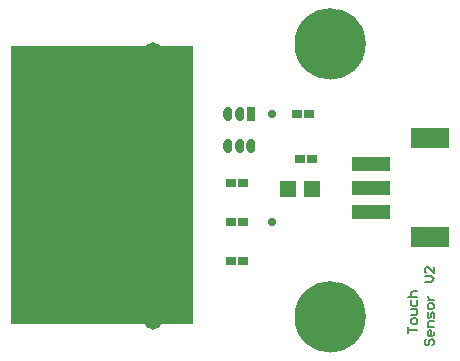
<source format=gts>
%FSLAX23Y23*%
%MOIN*%
G70*
G01*
G75*
G04 Layer_Color=8388736*
%ADD10O,0.022X0.039*%
%ADD11R,0.022X0.039*%
%ADD12R,0.118X0.039*%
%ADD13R,0.118X0.059*%
%ADD14R,0.024X0.020*%
%ADD15R,0.050X0.050*%
%ADD16C,0.010*%
%ADD17C,0.005*%
%ADD18R,0.740X1.090*%
%ADD19C,0.020*%
%ADD20C,0.050*%
%ADD21C,0.039*%
%ADD22C,0.236*%
%ADD23C,0.008*%
%ADD24C,0.004*%
%ADD25C,0.059*%
%ADD26R,0.605X0.930*%
%ADD27O,0.030X0.047*%
%ADD28R,0.030X0.047*%
%ADD29R,0.126X0.047*%
%ADD30R,0.126X0.067*%
%ADD31R,0.032X0.028*%
%ADD32R,0.058X0.058*%
%ADD33C,0.028*%
%ADD34C,0.058*%
D17*
X1515Y75D02*
X1510Y70D01*
Y60D01*
X1515Y55D01*
X1520D01*
X1525Y60D01*
Y70D01*
X1530Y75D01*
X1535D01*
X1540Y70D01*
Y60D01*
X1535Y55D01*
X1540Y100D02*
Y90D01*
X1535Y85D01*
X1525D01*
X1520Y90D01*
Y100D01*
X1525Y105D01*
X1530D01*
Y85D01*
X1540Y115D02*
X1520D01*
Y130D01*
X1525Y135D01*
X1540D01*
Y145D02*
Y160D01*
X1535Y165D01*
X1530Y160D01*
Y150D01*
X1525Y145D01*
X1520Y150D01*
Y165D01*
X1540Y180D02*
Y190D01*
X1535Y195D01*
X1525D01*
X1520Y190D01*
Y180D01*
X1525Y175D01*
X1535D01*
X1540Y180D01*
X1520Y205D02*
X1540D01*
X1530D01*
X1525Y210D01*
X1520Y215D01*
Y220D01*
X1510Y265D02*
X1530D01*
X1540Y275D01*
X1530Y285D01*
X1510D01*
X1540Y315D02*
Y295D01*
X1520Y315D01*
X1515D01*
X1510Y310D01*
Y300D01*
X1515Y295D01*
X1455Y95D02*
Y115D01*
Y105D01*
X1485D01*
Y130D02*
Y140D01*
X1480Y145D01*
X1470D01*
X1465Y140D01*
Y130D01*
X1470Y125D01*
X1480D01*
X1485Y130D01*
X1465Y155D02*
X1480D01*
X1485Y160D01*
Y175D01*
X1465D01*
Y205D02*
Y190D01*
X1470Y185D01*
X1480D01*
X1485Y190D01*
Y205D01*
X1455Y215D02*
X1485D01*
X1470D01*
X1465Y220D01*
Y230D01*
X1470Y235D01*
X1485D01*
D21*
X1132Y1123D02*
D03*
X1258D02*
D03*
X1195Y1149D02*
D03*
X1106Y1060D02*
D03*
X1132Y997D02*
D03*
X1195Y971D02*
D03*
X1258Y997D02*
D03*
X1284Y1060D02*
D03*
X1132Y213D02*
D03*
X1258D02*
D03*
X1195Y239D02*
D03*
X1106Y150D02*
D03*
X1132Y87D02*
D03*
X1195Y61D02*
D03*
X1258Y87D02*
D03*
X1284Y150D02*
D03*
D22*
X1195Y1060D02*
D03*
Y150D02*
D03*
D25*
X1284Y1060D02*
G03*
X1284Y1060I-89J0D01*
G01*
Y150D02*
G03*
X1284Y150I-89J0D01*
G01*
D26*
X433Y590D02*
D03*
D27*
X855Y719D02*
D03*
X893D02*
D03*
X930D02*
D03*
X855Y825D02*
D03*
X893D02*
D03*
D28*
X930D02*
D03*
D29*
X1330Y659D02*
D03*
Y580D02*
D03*
Y501D02*
D03*
Y659D02*
D03*
D30*
X1527Y745D02*
D03*
Y415D02*
D03*
D31*
X1095Y675D02*
D03*
X1135D02*
D03*
X1125Y825D02*
D03*
X1085D02*
D03*
X865Y465D02*
D03*
X905D02*
D03*
X905Y335D02*
D03*
X865D02*
D03*
X865Y595D02*
D03*
X905D02*
D03*
D32*
X1055Y575D02*
D03*
X1135D02*
D03*
D33*
X1000Y825D02*
D03*
Y465D02*
D03*
D34*
X605Y135D02*
D03*
Y1035D02*
D03*
M02*

</source>
